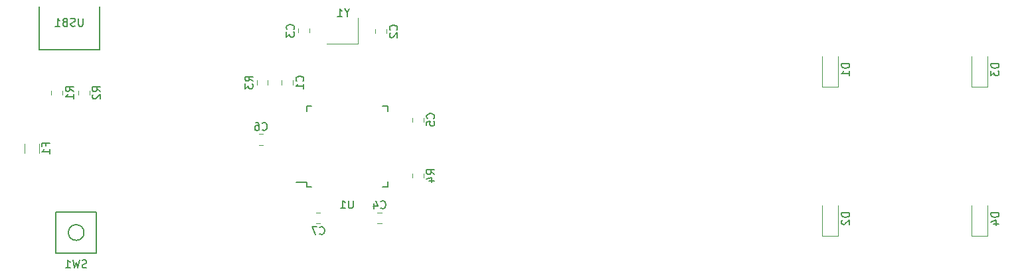
<source format=gbr>
G04 #@! TF.GenerationSoftware,KiCad,Pcbnew,5.1.4*
G04 #@! TF.CreationDate,2020-08-15T08:43:54-04:00*
G04 #@! TF.ProjectId,ai03-pcb-guide,61693033-2d70-4636-922d-67756964652e,rev?*
G04 #@! TF.SameCoordinates,Original*
G04 #@! TF.FileFunction,Legend,Bot*
G04 #@! TF.FilePolarity,Positive*
%FSLAX46Y46*%
G04 Gerber Fmt 4.6, Leading zero omitted, Abs format (unit mm)*
G04 Created by KiCad (PCBNEW 5.1.4) date 2020-08-15 08:43:54*
%MOMM*%
%LPD*%
G04 APERTURE LIST*
%ADD10C,0.120000*%
%ADD11C,0.150000*%
G04 APERTURE END LIST*
D10*
X164690300Y-75338500D02*
X164690300Y-71438500D01*
X162690300Y-75338500D02*
X162690300Y-71438500D01*
X164690300Y-75338500D02*
X162690300Y-75338500D01*
X84402500Y-69835400D02*
X80402500Y-69835400D01*
X84402500Y-66535400D02*
X84402500Y-69835400D01*
D11*
X43775000Y-65087500D02*
X43775000Y-70537500D01*
X51475000Y-65087500D02*
X51475000Y-70537500D01*
X43775000Y-70537500D02*
X51475000Y-70537500D01*
X77857600Y-87531000D02*
X76582600Y-87531000D01*
X88207600Y-88106000D02*
X87532600Y-88106000D01*
X88207600Y-77756000D02*
X87532600Y-77756000D01*
X77857600Y-77756000D02*
X78532600Y-77756000D01*
X77857600Y-88106000D02*
X78532600Y-88106000D01*
X77857600Y-77756000D02*
X77857600Y-78431000D01*
X88207600Y-77756000D02*
X88207600Y-78431000D01*
X88207600Y-88106000D02*
X88207600Y-87431000D01*
X77857600Y-88106000D02*
X77857600Y-87531000D01*
X51093750Y-91325000D02*
X45893750Y-91325000D01*
X45893750Y-91325000D02*
X45893750Y-96525000D01*
X45893750Y-96525000D02*
X51093750Y-96525000D01*
X51093750Y-96525000D02*
X51093750Y-91325000D01*
X49493750Y-93925000D02*
G75*
G03X49493750Y-93925000I-1000000J0D01*
G01*
D10*
X91365000Y-86921078D02*
X91365000Y-86403922D01*
X92785000Y-86921078D02*
X92785000Y-86403922D01*
X72941250Y-74497672D02*
X72941250Y-75014828D01*
X71521250Y-74497672D02*
X71521250Y-75014828D01*
X48769200Y-76341978D02*
X48769200Y-75824822D01*
X50189200Y-76341978D02*
X50189200Y-75824822D01*
X45327500Y-76314828D02*
X45327500Y-75797672D01*
X46747500Y-76314828D02*
X46747500Y-75797672D01*
X41952500Y-83758314D02*
X41952500Y-82554186D01*
X43772500Y-83758314D02*
X43772500Y-82554186D01*
X164690300Y-94388500D02*
X164690300Y-90488500D01*
X162690300Y-94388500D02*
X162690300Y-90488500D01*
X164690300Y-94388500D02*
X162690300Y-94388500D01*
X145640300Y-94388500D02*
X145640300Y-90488500D01*
X143640300Y-94388500D02*
X143640300Y-90488500D01*
X145640300Y-94388500D02*
X143640300Y-94388500D01*
X145640300Y-75338500D02*
X145640300Y-71438500D01*
X143640300Y-75338500D02*
X143640300Y-71438500D01*
X145640300Y-75338500D02*
X143640300Y-75338500D01*
X79116422Y-91365000D02*
X79633578Y-91365000D01*
X79116422Y-92785000D02*
X79633578Y-92785000D01*
X72316078Y-82777400D02*
X71798922Y-82777400D01*
X72316078Y-81357400D02*
X71798922Y-81357400D01*
X91365000Y-79777328D02*
X91365000Y-79260172D01*
X92785000Y-79777328D02*
X92785000Y-79260172D01*
X87427328Y-92785000D02*
X86910172Y-92785000D01*
X87427328Y-91365000D02*
X86910172Y-91365000D01*
X76785400Y-67874622D02*
X76785400Y-68391778D01*
X78205400Y-67874622D02*
X78205400Y-68391778D01*
X86640600Y-68485278D02*
X86640600Y-67968122D01*
X88060600Y-68485278D02*
X88060600Y-67968122D01*
X74696250Y-75014828D02*
X74696250Y-74497672D01*
X76116250Y-75014828D02*
X76116250Y-74497672D01*
D11*
X166142680Y-72350404D02*
X165142680Y-72350404D01*
X165142680Y-72588500D01*
X165190300Y-72731357D01*
X165285538Y-72826595D01*
X165380776Y-72874214D01*
X165571252Y-72921833D01*
X165714109Y-72921833D01*
X165904585Y-72874214D01*
X165999823Y-72826595D01*
X166095061Y-72731357D01*
X166142680Y-72588500D01*
X166142680Y-72350404D01*
X165142680Y-73255166D02*
X165142680Y-73874214D01*
X165523633Y-73540880D01*
X165523633Y-73683738D01*
X165571252Y-73778976D01*
X165618871Y-73826595D01*
X165714109Y-73874214D01*
X165952204Y-73874214D01*
X166047442Y-73826595D01*
X166095061Y-73778976D01*
X166142680Y-73683738D01*
X166142680Y-73398023D01*
X166095061Y-73302785D01*
X166047442Y-73255166D01*
X83026190Y-65857440D02*
X83026190Y-66333630D01*
X83359523Y-65333630D02*
X83026190Y-65857440D01*
X82692857Y-65333630D01*
X81835714Y-66333630D02*
X82407142Y-66333630D01*
X82121428Y-66333630D02*
X82121428Y-65333630D01*
X82216666Y-65476488D01*
X82311904Y-65571726D01*
X82407142Y-65619345D01*
X49363095Y-66571880D02*
X49363095Y-67381404D01*
X49315476Y-67476642D01*
X49267857Y-67524261D01*
X49172619Y-67571880D01*
X48982142Y-67571880D01*
X48886904Y-67524261D01*
X48839285Y-67476642D01*
X48791666Y-67381404D01*
X48791666Y-66571880D01*
X48363095Y-67524261D02*
X48220238Y-67571880D01*
X47982142Y-67571880D01*
X47886904Y-67524261D01*
X47839285Y-67476642D01*
X47791666Y-67381404D01*
X47791666Y-67286166D01*
X47839285Y-67190928D01*
X47886904Y-67143309D01*
X47982142Y-67095690D01*
X48172619Y-67048071D01*
X48267857Y-67000452D01*
X48315476Y-66952833D01*
X48363095Y-66857595D01*
X48363095Y-66762357D01*
X48315476Y-66667119D01*
X48267857Y-66619500D01*
X48172619Y-66571880D01*
X47934523Y-66571880D01*
X47791666Y-66619500D01*
X47029761Y-67048071D02*
X46886904Y-67095690D01*
X46839285Y-67143309D01*
X46791666Y-67238547D01*
X46791666Y-67381404D01*
X46839285Y-67476642D01*
X46886904Y-67524261D01*
X46982142Y-67571880D01*
X47363095Y-67571880D01*
X47363095Y-66571880D01*
X47029761Y-66571880D01*
X46934523Y-66619500D01*
X46886904Y-66667119D01*
X46839285Y-66762357D01*
X46839285Y-66857595D01*
X46886904Y-66952833D01*
X46934523Y-67000452D01*
X47029761Y-67048071D01*
X47363095Y-67048071D01*
X45839285Y-67571880D02*
X46410714Y-67571880D01*
X46125000Y-67571880D02*
X46125000Y-66571880D01*
X46220238Y-66714738D01*
X46315476Y-66809976D01*
X46410714Y-66857595D01*
X83794504Y-89833380D02*
X83794504Y-90642904D01*
X83746885Y-90738142D01*
X83699266Y-90785761D01*
X83604028Y-90833380D01*
X83413552Y-90833380D01*
X83318314Y-90785761D01*
X83270695Y-90738142D01*
X83223076Y-90642904D01*
X83223076Y-89833380D01*
X82223076Y-90833380D02*
X82794504Y-90833380D01*
X82508790Y-90833380D02*
X82508790Y-89833380D01*
X82604028Y-89976238D01*
X82699266Y-90071476D01*
X82794504Y-90119095D01*
X49827083Y-98393761D02*
X49684226Y-98441380D01*
X49446130Y-98441380D01*
X49350892Y-98393761D01*
X49303273Y-98346142D01*
X49255654Y-98250904D01*
X49255654Y-98155666D01*
X49303273Y-98060428D01*
X49350892Y-98012809D01*
X49446130Y-97965190D01*
X49636607Y-97917571D01*
X49731845Y-97869952D01*
X49779464Y-97822333D01*
X49827083Y-97727095D01*
X49827083Y-97631857D01*
X49779464Y-97536619D01*
X49731845Y-97489000D01*
X49636607Y-97441380D01*
X49398511Y-97441380D01*
X49255654Y-97489000D01*
X48922321Y-97441380D02*
X48684226Y-98441380D01*
X48493750Y-97727095D01*
X48303273Y-98441380D01*
X48065178Y-97441380D01*
X47160416Y-98441380D02*
X47731845Y-98441380D01*
X47446130Y-98441380D02*
X47446130Y-97441380D01*
X47541369Y-97584238D01*
X47636607Y-97679476D01*
X47731845Y-97727095D01*
X94177380Y-86495833D02*
X93701190Y-86162500D01*
X94177380Y-85924404D02*
X93177380Y-85924404D01*
X93177380Y-86305357D01*
X93225000Y-86400595D01*
X93272619Y-86448214D01*
X93367857Y-86495833D01*
X93510714Y-86495833D01*
X93605952Y-86448214D01*
X93653571Y-86400595D01*
X93701190Y-86305357D01*
X93701190Y-85924404D01*
X93510714Y-87352976D02*
X94177380Y-87352976D01*
X93129761Y-87114880D02*
X93844047Y-86876785D01*
X93844047Y-87495833D01*
X71033630Y-74589583D02*
X70557440Y-74256250D01*
X71033630Y-74018154D02*
X70033630Y-74018154D01*
X70033630Y-74399107D01*
X70081250Y-74494345D01*
X70128869Y-74541964D01*
X70224107Y-74589583D01*
X70366964Y-74589583D01*
X70462202Y-74541964D01*
X70509821Y-74494345D01*
X70557440Y-74399107D01*
X70557440Y-74018154D01*
X70033630Y-74922916D02*
X70033630Y-75541964D01*
X70414583Y-75208630D01*
X70414583Y-75351488D01*
X70462202Y-75446726D01*
X70509821Y-75494345D01*
X70605059Y-75541964D01*
X70843154Y-75541964D01*
X70938392Y-75494345D01*
X70986011Y-75446726D01*
X71033630Y-75351488D01*
X71033630Y-75065773D01*
X70986011Y-74970535D01*
X70938392Y-74922916D01*
X51581580Y-75916733D02*
X51105390Y-75583400D01*
X51581580Y-75345304D02*
X50581580Y-75345304D01*
X50581580Y-75726257D01*
X50629200Y-75821495D01*
X50676819Y-75869114D01*
X50772057Y-75916733D01*
X50914914Y-75916733D01*
X51010152Y-75869114D01*
X51057771Y-75821495D01*
X51105390Y-75726257D01*
X51105390Y-75345304D01*
X50676819Y-76297685D02*
X50629200Y-76345304D01*
X50581580Y-76440542D01*
X50581580Y-76678638D01*
X50629200Y-76773876D01*
X50676819Y-76821495D01*
X50772057Y-76869114D01*
X50867295Y-76869114D01*
X51010152Y-76821495D01*
X51581580Y-76250066D01*
X51581580Y-76869114D01*
X48139880Y-75889583D02*
X47663690Y-75556250D01*
X48139880Y-75318154D02*
X47139880Y-75318154D01*
X47139880Y-75699107D01*
X47187500Y-75794345D01*
X47235119Y-75841964D01*
X47330357Y-75889583D01*
X47473214Y-75889583D01*
X47568452Y-75841964D01*
X47616071Y-75794345D01*
X47663690Y-75699107D01*
X47663690Y-75318154D01*
X48139880Y-76841964D02*
X48139880Y-76270535D01*
X48139880Y-76556250D02*
X47139880Y-76556250D01*
X47282738Y-76461011D01*
X47377976Y-76365773D01*
X47425595Y-76270535D01*
X44611071Y-82822916D02*
X44611071Y-82489583D01*
X45134880Y-82489583D02*
X44134880Y-82489583D01*
X44134880Y-82965773D01*
X45134880Y-83870535D02*
X45134880Y-83299107D01*
X45134880Y-83584821D02*
X44134880Y-83584821D01*
X44277738Y-83489583D01*
X44372976Y-83394345D01*
X44420595Y-83299107D01*
X166142680Y-91400404D02*
X165142680Y-91400404D01*
X165142680Y-91638500D01*
X165190300Y-91781357D01*
X165285538Y-91876595D01*
X165380776Y-91924214D01*
X165571252Y-91971833D01*
X165714109Y-91971833D01*
X165904585Y-91924214D01*
X165999823Y-91876595D01*
X166095061Y-91781357D01*
X166142680Y-91638500D01*
X166142680Y-91400404D01*
X165476014Y-92828976D02*
X166142680Y-92828976D01*
X165095061Y-92590880D02*
X165809347Y-92352785D01*
X165809347Y-92971833D01*
X147092680Y-91400404D02*
X146092680Y-91400404D01*
X146092680Y-91638500D01*
X146140300Y-91781357D01*
X146235538Y-91876595D01*
X146330776Y-91924214D01*
X146521252Y-91971833D01*
X146664109Y-91971833D01*
X146854585Y-91924214D01*
X146949823Y-91876595D01*
X147045061Y-91781357D01*
X147092680Y-91638500D01*
X147092680Y-91400404D01*
X146187919Y-92352785D02*
X146140300Y-92400404D01*
X146092680Y-92495642D01*
X146092680Y-92733738D01*
X146140300Y-92828976D01*
X146187919Y-92876595D01*
X146283157Y-92924214D01*
X146378395Y-92924214D01*
X146521252Y-92876595D01*
X147092680Y-92305166D01*
X147092680Y-92924214D01*
X147092680Y-72350404D02*
X146092680Y-72350404D01*
X146092680Y-72588500D01*
X146140300Y-72731357D01*
X146235538Y-72826595D01*
X146330776Y-72874214D01*
X146521252Y-72921833D01*
X146664109Y-72921833D01*
X146854585Y-72874214D01*
X146949823Y-72826595D01*
X147045061Y-72731357D01*
X147092680Y-72588500D01*
X147092680Y-72350404D01*
X147092680Y-73874214D02*
X147092680Y-73302785D01*
X147092680Y-73588500D02*
X146092680Y-73588500D01*
X146235538Y-73493261D01*
X146330776Y-73398023D01*
X146378395Y-73302785D01*
X79541666Y-94082142D02*
X79589285Y-94129761D01*
X79732142Y-94177380D01*
X79827380Y-94177380D01*
X79970238Y-94129761D01*
X80065476Y-94034523D01*
X80113095Y-93939285D01*
X80160714Y-93748809D01*
X80160714Y-93605952D01*
X80113095Y-93415476D01*
X80065476Y-93320238D01*
X79970238Y-93225000D01*
X79827380Y-93177380D01*
X79732142Y-93177380D01*
X79589285Y-93225000D01*
X79541666Y-93272619D01*
X79208333Y-93177380D02*
X78541666Y-93177380D01*
X78970238Y-94177380D01*
X72224166Y-80774542D02*
X72271785Y-80822161D01*
X72414642Y-80869780D01*
X72509880Y-80869780D01*
X72652738Y-80822161D01*
X72747976Y-80726923D01*
X72795595Y-80631685D01*
X72843214Y-80441209D01*
X72843214Y-80298352D01*
X72795595Y-80107876D01*
X72747976Y-80012638D01*
X72652738Y-79917400D01*
X72509880Y-79869780D01*
X72414642Y-79869780D01*
X72271785Y-79917400D01*
X72224166Y-79965019D01*
X71367023Y-79869780D02*
X71557500Y-79869780D01*
X71652738Y-79917400D01*
X71700357Y-79965019D01*
X71795595Y-80107876D01*
X71843214Y-80298352D01*
X71843214Y-80679304D01*
X71795595Y-80774542D01*
X71747976Y-80822161D01*
X71652738Y-80869780D01*
X71462261Y-80869780D01*
X71367023Y-80822161D01*
X71319404Y-80774542D01*
X71271785Y-80679304D01*
X71271785Y-80441209D01*
X71319404Y-80345971D01*
X71367023Y-80298352D01*
X71462261Y-80250733D01*
X71652738Y-80250733D01*
X71747976Y-80298352D01*
X71795595Y-80345971D01*
X71843214Y-80441209D01*
X94082142Y-79352083D02*
X94129761Y-79304464D01*
X94177380Y-79161607D01*
X94177380Y-79066369D01*
X94129761Y-78923511D01*
X94034523Y-78828273D01*
X93939285Y-78780654D01*
X93748809Y-78733035D01*
X93605952Y-78733035D01*
X93415476Y-78780654D01*
X93320238Y-78828273D01*
X93225000Y-78923511D01*
X93177380Y-79066369D01*
X93177380Y-79161607D01*
X93225000Y-79304464D01*
X93272619Y-79352083D01*
X93177380Y-80256845D02*
X93177380Y-79780654D01*
X93653571Y-79733035D01*
X93605952Y-79780654D01*
X93558333Y-79875892D01*
X93558333Y-80113988D01*
X93605952Y-80209226D01*
X93653571Y-80256845D01*
X93748809Y-80304464D01*
X93986904Y-80304464D01*
X94082142Y-80256845D01*
X94129761Y-80209226D01*
X94177380Y-80113988D01*
X94177380Y-79875892D01*
X94129761Y-79780654D01*
X94082142Y-79733035D01*
X87335416Y-90782142D02*
X87383035Y-90829761D01*
X87525892Y-90877380D01*
X87621130Y-90877380D01*
X87763988Y-90829761D01*
X87859226Y-90734523D01*
X87906845Y-90639285D01*
X87954464Y-90448809D01*
X87954464Y-90305952D01*
X87906845Y-90115476D01*
X87859226Y-90020238D01*
X87763988Y-89925000D01*
X87621130Y-89877380D01*
X87525892Y-89877380D01*
X87383035Y-89925000D01*
X87335416Y-89972619D01*
X86478273Y-90210714D02*
X86478273Y-90877380D01*
X86716369Y-89829761D02*
X86954464Y-90544047D01*
X86335416Y-90544047D01*
X76202542Y-67966533D02*
X76250161Y-67918914D01*
X76297780Y-67776057D01*
X76297780Y-67680819D01*
X76250161Y-67537961D01*
X76154923Y-67442723D01*
X76059685Y-67395104D01*
X75869209Y-67347485D01*
X75726352Y-67347485D01*
X75535876Y-67395104D01*
X75440638Y-67442723D01*
X75345400Y-67537961D01*
X75297780Y-67680819D01*
X75297780Y-67776057D01*
X75345400Y-67918914D01*
X75393019Y-67966533D01*
X75297780Y-68299866D02*
X75297780Y-68918914D01*
X75678733Y-68585580D01*
X75678733Y-68728438D01*
X75726352Y-68823676D01*
X75773971Y-68871295D01*
X75869209Y-68918914D01*
X76107304Y-68918914D01*
X76202542Y-68871295D01*
X76250161Y-68823676D01*
X76297780Y-68728438D01*
X76297780Y-68442723D01*
X76250161Y-68347485D01*
X76202542Y-68299866D01*
X89357742Y-68060033D02*
X89405361Y-68012414D01*
X89452980Y-67869557D01*
X89452980Y-67774319D01*
X89405361Y-67631461D01*
X89310123Y-67536223D01*
X89214885Y-67488604D01*
X89024409Y-67440985D01*
X88881552Y-67440985D01*
X88691076Y-67488604D01*
X88595838Y-67536223D01*
X88500600Y-67631461D01*
X88452980Y-67774319D01*
X88452980Y-67869557D01*
X88500600Y-68012414D01*
X88548219Y-68060033D01*
X88548219Y-68440985D02*
X88500600Y-68488604D01*
X88452980Y-68583842D01*
X88452980Y-68821938D01*
X88500600Y-68917176D01*
X88548219Y-68964795D01*
X88643457Y-69012414D01*
X88738695Y-69012414D01*
X88881552Y-68964795D01*
X89452980Y-68393366D01*
X89452980Y-69012414D01*
X77413392Y-74589583D02*
X77461011Y-74541964D01*
X77508630Y-74399107D01*
X77508630Y-74303869D01*
X77461011Y-74161011D01*
X77365773Y-74065773D01*
X77270535Y-74018154D01*
X77080059Y-73970535D01*
X76937202Y-73970535D01*
X76746726Y-74018154D01*
X76651488Y-74065773D01*
X76556250Y-74161011D01*
X76508630Y-74303869D01*
X76508630Y-74399107D01*
X76556250Y-74541964D01*
X76603869Y-74589583D01*
X77508630Y-75541964D02*
X77508630Y-74970535D01*
X77508630Y-75256250D02*
X76508630Y-75256250D01*
X76651488Y-75161011D01*
X76746726Y-75065773D01*
X76794345Y-74970535D01*
M02*

</source>
